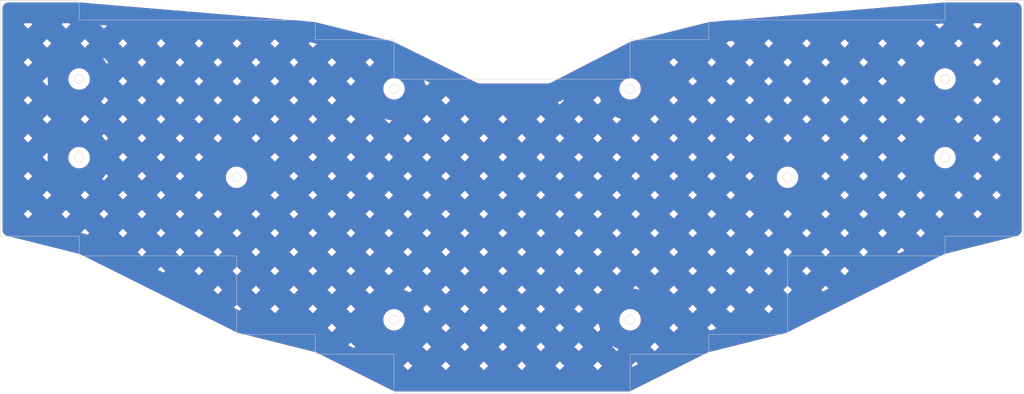
<source format=kicad_pcb>
(kicad_pcb (version 20221018) (generator pcbnew)
  (layers (0 "F.Cu" signal) (31 "B.Cu" signal) (34 "B.Paste" user) (35 "F.Paste" user) (36 "B.SilkS" user "B.Silkscreen") (37 "F.SilkS" user "F.Silkscreen") (38 "B.Mask" user) (39 "F.Mask" user) (44 "Edge.Cuts" user))
  (net 0 "")
  (net 1 "GND")
  (gr_line (start 28.575 25.7175) (end 47.625 25.7175) (stroke (width 0.1)) (layer "Edge.Cuts"))
  (gr_circle (center 123.825 103.108125) (end 124.925 103.108125) (stroke (width 0.1)) (fill none) (layer "Edge.Cuts"))
  (gr_line (start 28.575 82.8675) (end 28.575 25.7175) (stroke (width 0.1)) (layer "Edge.Cuts"))
  (gr_circle (center 257.175 44.7675) (end 258.275 44.7675) (stroke (width 0.1)) (fill none) (layer "Edge.Cuts"))
  (gr_circle (center 47.625 44.7675) (end 48.725 44.7675) (stroke (width 0.1)) (fill none) (layer "Edge.Cuts"))
  (gr_line (start 257.175 25.7175) (end 276.225 25.7175) (stroke (width 0.1)) (layer "Edge.Cuts"))
  (gr_line (start 104.775 106.68) (end 104.775 111.4425) (stroke (width 0.1)) (layer "Edge.Cuts"))
  (gr_line (start 219.075 87.63) (end 257.175 87.63) (stroke (width 0.1)) (layer "Edge.Cuts"))
  (gr_line (start 180.975 35.2425) (end 180.975 44.7675) (stroke (width 0.1)) (layer "Edge.Cuts"))
  (gr_line (start 276.225 25.7175) (end 276.225 82.8675) (stroke (width 0.1)) (layer "Edge.Cuts"))
  (gr_line (start 219.075 87.63) (end 219.075 106.68) (stroke (width 0.1)) (layer "Edge.Cuts"))
  (gr_line (start 257.175 82.8675) (end 276.225 82.8675) (stroke (width 0.1)) (layer "Edge.Cuts"))
  (gr_line (start 200.025 30.48) (end 257.175 30.48) (stroke (width 0.1)) (layer "Edge.Cuts"))
  (gr_line (start 47.625 30.48) (end 104.775 30.48) (stroke (width 0.1)) (layer "Edge.Cuts"))
  (gr_line (start 47.625 82.8675) (end 47.625 87.63) (stroke (width 0.1)) (layer "Edge.Cuts"))
  (gr_line (start 123.825 44.7675) (end 180.975 44.7675) (stroke (width 0.1)) (layer "Edge.Cuts"))
  (gr_circle (center 85.725 68.58) (end 86.825 68.58) (stroke (width 0.1)) (fill none) (layer "Edge.Cuts"))
  (gr_line (start 123.825 35.2425) (end 123.825 44.7675) (stroke (width 0.1)) (layer "Edge.Cuts"))
  (gr_circle (center 123.825 47.14875) (end 124.925 47.14875) (stroke (width 0.1)) (fill none) (layer "Edge.Cuts"))
  (gr_line (start 200.025 106.68) (end 219.075 106.68) (stroke (width 0.1)) (layer "Edge.Cuts"))
  (gr_line (start 104.775 111.4425) (end 123.825 111.4425) (stroke (width 0.1)) (layer "Edge.Cuts"))
  (gr_circle (center 180.975 47.14875) (end 182.075 47.14875) (stroke (width 0.1)) (fill none) (layer "Edge.Cuts"))
  (gr_circle (center 219.075 68.58) (end 220.175 68.58) (stroke (width 0.1)) (fill none) (layer "Edge.Cuts"))
  (gr_line (start 180.975 111.4425) (end 200.025 111.4425) (stroke (width 0.1)) (layer "Edge.Cuts"))
  (gr_line (start 47.625 87.63) (end 85.725 87.63) (stroke (width 0.1)) (layer "Edge.Cuts"))
  (gr_circle (center 257.175 63.8175) (end 258.275 63.8175) (stroke (width 0.1)) (fill none) (layer "Edge.Cuts"))
  (gr_line (start 257.175 25.7175) (end 257.175 30.48) (stroke (width 0.1)) (layer "Edge.Cuts"))
  (gr_circle (center 47.625 63.8175) (end 48.725 63.8175) (stroke (width 0.1)) (fill none) (layer "Edge.Cuts"))
  (gr_line (start 104.775 35.2425) (end 123.825 35.2425) (stroke (width 0.1)) (layer "Edge.Cuts"))
  (gr_line (start 200.025 106.68) (end 200.025 111.4425) (stroke (width 0.1)) (layer "Edge.Cuts"))
  (gr_line (start 104.775 35.2425) (end 104.775 30.48) (stroke (width 0.1)) (layer "Edge.Cuts"))
  (gr_line (start 85.725 87.63) (end 85.725 106.68) (stroke (width 0.1)) (layer "Edge.Cuts"))
  (gr_line (start 180.975 120.9675) (end 123.825 120.9675) (stroke (width 0.1)) (layer "Edge.Cuts"))
  (gr_line (start 28.575 82.8675) (end 47.625 82.8675) (stroke (width 0.1)) (layer "Edge.Cuts"))
  (gr_line (start 257.175 82.8675) (end 257.175 87.63) (stroke (width 0.1)) (layer "Edge.Cuts"))
  (gr_line (start 180.975 35.2425) (end 200.025 35.2425) (stroke (width 0.1)) (layer "Edge.Cuts"))
  (gr_line (start 180.975 111.4425) (end 180.975 120.9675) (stroke (width 0.1)) (layer "Edge.Cuts"))
  (gr_line (start 123.825 111.4425) (end 123.825 120.9675) (stroke (width 0.1)) (layer "Edge.Cuts"))
  (gr_line (start 200.025 30.48) (end 200.025 35.2425) (stroke (width 0.1)) (layer "Edge.Cuts"))
  (gr_line (start 85.725 106.68) (end 104.775 106.68) (stroke (width 0.1)) (layer "Edge.Cuts"))
  (gr_circle (center 180.975 103.108125) (end 182.075 103.108125) (stroke (width 0.1)) (fill none) (layer "Edge.Cuts"))
  (gr_line (start 47.625 25.7175) (end 47.625 30.48) (stroke (width 0.1)) (layer "Edge.Cuts"))
  (zone (net 1) (net_name "GND") (layers "F&B.Cu") (connect_pads (clearance 0.5)) (min_thickness 0.25) (fill yes (mode hatch) (thermal_gap 0.5) (thermal_bridge_width 0.5) (smoothing fillet) (radius 2) (hatch_thickness 5) (hatch_gap 1.5) (hatch_orientation 45) (hatch_border_algorithm hatch_thickness) (hatch_min_hole_area 0.3))
    (polygon (pts (xy 28.575 25.7175) (xy 276.225 25.7175) (xy 276.225 120.9675) (xy 28.575 120.9675)))
  )
)
</source>
